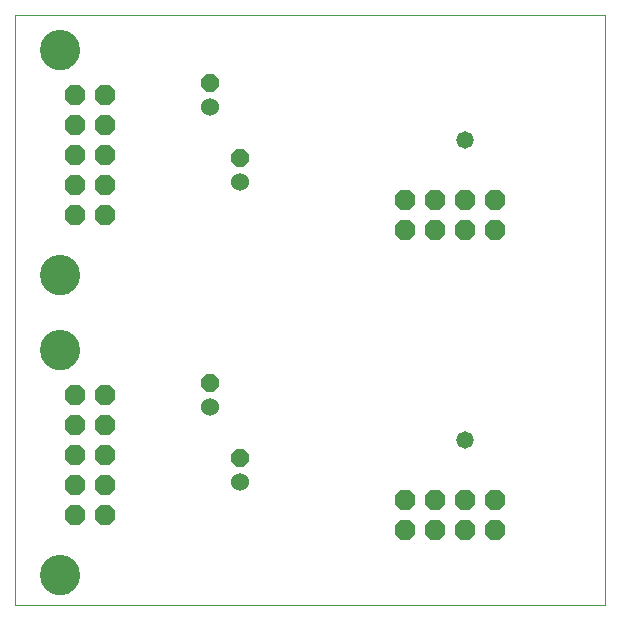
<source format=gbs>
G75*
%MOIN*%
%OFA0B0*%
%FSLAX24Y24*%
%IPPOS*%
%LPD*%
%AMOC8*
5,1,8,0,0,1.08239X$1,22.5*
%
%ADD10C,0.0000*%
%ADD11C,0.1340*%
%ADD12OC8,0.0680*%
%ADD13OC8,0.0600*%
%ADD14C,0.0600*%
%ADD15C,0.0580*%
D10*
X000100Y000100D02*
X000100Y019785D01*
X019785Y019785D01*
X019785Y000100D01*
X000100Y000100D01*
X000970Y001100D02*
X000972Y001150D01*
X000978Y001200D01*
X000988Y001249D01*
X001002Y001297D01*
X001019Y001344D01*
X001040Y001389D01*
X001065Y001433D01*
X001093Y001474D01*
X001125Y001513D01*
X001159Y001550D01*
X001196Y001584D01*
X001236Y001614D01*
X001278Y001641D01*
X001322Y001665D01*
X001368Y001686D01*
X001415Y001702D01*
X001463Y001715D01*
X001513Y001724D01*
X001562Y001729D01*
X001613Y001730D01*
X001663Y001727D01*
X001712Y001720D01*
X001761Y001709D01*
X001809Y001694D01*
X001855Y001676D01*
X001900Y001654D01*
X001943Y001628D01*
X001984Y001599D01*
X002023Y001567D01*
X002059Y001532D01*
X002091Y001494D01*
X002121Y001454D01*
X002148Y001411D01*
X002171Y001367D01*
X002190Y001321D01*
X002206Y001273D01*
X002218Y001224D01*
X002226Y001175D01*
X002230Y001125D01*
X002230Y001075D01*
X002226Y001025D01*
X002218Y000976D01*
X002206Y000927D01*
X002190Y000879D01*
X002171Y000833D01*
X002148Y000789D01*
X002121Y000746D01*
X002091Y000706D01*
X002059Y000668D01*
X002023Y000633D01*
X001984Y000601D01*
X001943Y000572D01*
X001900Y000546D01*
X001855Y000524D01*
X001809Y000506D01*
X001761Y000491D01*
X001712Y000480D01*
X001663Y000473D01*
X001613Y000470D01*
X001562Y000471D01*
X001513Y000476D01*
X001463Y000485D01*
X001415Y000498D01*
X001368Y000514D01*
X001322Y000535D01*
X001278Y000559D01*
X001236Y000586D01*
X001196Y000616D01*
X001159Y000650D01*
X001125Y000687D01*
X001093Y000726D01*
X001065Y000767D01*
X001040Y000811D01*
X001019Y000856D01*
X001002Y000903D01*
X000988Y000951D01*
X000978Y001000D01*
X000972Y001050D01*
X000970Y001100D01*
X000970Y008600D02*
X000972Y008650D01*
X000978Y008700D01*
X000988Y008749D01*
X001002Y008797D01*
X001019Y008844D01*
X001040Y008889D01*
X001065Y008933D01*
X001093Y008974D01*
X001125Y009013D01*
X001159Y009050D01*
X001196Y009084D01*
X001236Y009114D01*
X001278Y009141D01*
X001322Y009165D01*
X001368Y009186D01*
X001415Y009202D01*
X001463Y009215D01*
X001513Y009224D01*
X001562Y009229D01*
X001613Y009230D01*
X001663Y009227D01*
X001712Y009220D01*
X001761Y009209D01*
X001809Y009194D01*
X001855Y009176D01*
X001900Y009154D01*
X001943Y009128D01*
X001984Y009099D01*
X002023Y009067D01*
X002059Y009032D01*
X002091Y008994D01*
X002121Y008954D01*
X002148Y008911D01*
X002171Y008867D01*
X002190Y008821D01*
X002206Y008773D01*
X002218Y008724D01*
X002226Y008675D01*
X002230Y008625D01*
X002230Y008575D01*
X002226Y008525D01*
X002218Y008476D01*
X002206Y008427D01*
X002190Y008379D01*
X002171Y008333D01*
X002148Y008289D01*
X002121Y008246D01*
X002091Y008206D01*
X002059Y008168D01*
X002023Y008133D01*
X001984Y008101D01*
X001943Y008072D01*
X001900Y008046D01*
X001855Y008024D01*
X001809Y008006D01*
X001761Y007991D01*
X001712Y007980D01*
X001663Y007973D01*
X001613Y007970D01*
X001562Y007971D01*
X001513Y007976D01*
X001463Y007985D01*
X001415Y007998D01*
X001368Y008014D01*
X001322Y008035D01*
X001278Y008059D01*
X001236Y008086D01*
X001196Y008116D01*
X001159Y008150D01*
X001125Y008187D01*
X001093Y008226D01*
X001065Y008267D01*
X001040Y008311D01*
X001019Y008356D01*
X001002Y008403D01*
X000988Y008451D01*
X000978Y008500D01*
X000972Y008550D01*
X000970Y008600D01*
X000970Y011100D02*
X000972Y011150D01*
X000978Y011200D01*
X000988Y011249D01*
X001002Y011297D01*
X001019Y011344D01*
X001040Y011389D01*
X001065Y011433D01*
X001093Y011474D01*
X001125Y011513D01*
X001159Y011550D01*
X001196Y011584D01*
X001236Y011614D01*
X001278Y011641D01*
X001322Y011665D01*
X001368Y011686D01*
X001415Y011702D01*
X001463Y011715D01*
X001513Y011724D01*
X001562Y011729D01*
X001613Y011730D01*
X001663Y011727D01*
X001712Y011720D01*
X001761Y011709D01*
X001809Y011694D01*
X001855Y011676D01*
X001900Y011654D01*
X001943Y011628D01*
X001984Y011599D01*
X002023Y011567D01*
X002059Y011532D01*
X002091Y011494D01*
X002121Y011454D01*
X002148Y011411D01*
X002171Y011367D01*
X002190Y011321D01*
X002206Y011273D01*
X002218Y011224D01*
X002226Y011175D01*
X002230Y011125D01*
X002230Y011075D01*
X002226Y011025D01*
X002218Y010976D01*
X002206Y010927D01*
X002190Y010879D01*
X002171Y010833D01*
X002148Y010789D01*
X002121Y010746D01*
X002091Y010706D01*
X002059Y010668D01*
X002023Y010633D01*
X001984Y010601D01*
X001943Y010572D01*
X001900Y010546D01*
X001855Y010524D01*
X001809Y010506D01*
X001761Y010491D01*
X001712Y010480D01*
X001663Y010473D01*
X001613Y010470D01*
X001562Y010471D01*
X001513Y010476D01*
X001463Y010485D01*
X001415Y010498D01*
X001368Y010514D01*
X001322Y010535D01*
X001278Y010559D01*
X001236Y010586D01*
X001196Y010616D01*
X001159Y010650D01*
X001125Y010687D01*
X001093Y010726D01*
X001065Y010767D01*
X001040Y010811D01*
X001019Y010856D01*
X001002Y010903D01*
X000988Y010951D01*
X000978Y011000D01*
X000972Y011050D01*
X000970Y011100D01*
X000970Y018600D02*
X000972Y018650D01*
X000978Y018700D01*
X000988Y018749D01*
X001002Y018797D01*
X001019Y018844D01*
X001040Y018889D01*
X001065Y018933D01*
X001093Y018974D01*
X001125Y019013D01*
X001159Y019050D01*
X001196Y019084D01*
X001236Y019114D01*
X001278Y019141D01*
X001322Y019165D01*
X001368Y019186D01*
X001415Y019202D01*
X001463Y019215D01*
X001513Y019224D01*
X001562Y019229D01*
X001613Y019230D01*
X001663Y019227D01*
X001712Y019220D01*
X001761Y019209D01*
X001809Y019194D01*
X001855Y019176D01*
X001900Y019154D01*
X001943Y019128D01*
X001984Y019099D01*
X002023Y019067D01*
X002059Y019032D01*
X002091Y018994D01*
X002121Y018954D01*
X002148Y018911D01*
X002171Y018867D01*
X002190Y018821D01*
X002206Y018773D01*
X002218Y018724D01*
X002226Y018675D01*
X002230Y018625D01*
X002230Y018575D01*
X002226Y018525D01*
X002218Y018476D01*
X002206Y018427D01*
X002190Y018379D01*
X002171Y018333D01*
X002148Y018289D01*
X002121Y018246D01*
X002091Y018206D01*
X002059Y018168D01*
X002023Y018133D01*
X001984Y018101D01*
X001943Y018072D01*
X001900Y018046D01*
X001855Y018024D01*
X001809Y018006D01*
X001761Y017991D01*
X001712Y017980D01*
X001663Y017973D01*
X001613Y017970D01*
X001562Y017971D01*
X001513Y017976D01*
X001463Y017985D01*
X001415Y017998D01*
X001368Y018014D01*
X001322Y018035D01*
X001278Y018059D01*
X001236Y018086D01*
X001196Y018116D01*
X001159Y018150D01*
X001125Y018187D01*
X001093Y018226D01*
X001065Y018267D01*
X001040Y018311D01*
X001019Y018356D01*
X001002Y018403D01*
X000988Y018451D01*
X000978Y018500D01*
X000972Y018550D01*
X000970Y018600D01*
D11*
X001600Y018600D03*
X001600Y011100D03*
X001600Y008600D03*
X001600Y001100D03*
D12*
X002100Y003100D03*
X002100Y004100D03*
X002100Y005100D03*
X002100Y006100D03*
X002100Y007100D03*
X003100Y007100D03*
X003100Y006100D03*
X003100Y005100D03*
X003100Y004100D03*
X003100Y003100D03*
X003100Y013100D03*
X003100Y014100D03*
X003100Y015100D03*
X003100Y016100D03*
X003100Y017100D03*
X002100Y017100D03*
X002100Y016100D03*
X002100Y015100D03*
X002100Y014100D03*
X002100Y013100D03*
X013100Y012600D03*
X013100Y013600D03*
X014100Y013600D03*
X014100Y012600D03*
X015100Y012600D03*
X015100Y013600D03*
X016100Y013600D03*
X016100Y012600D03*
X016100Y003600D03*
X016100Y002600D03*
X015100Y002600D03*
X015100Y003600D03*
X014100Y003600D03*
X014100Y002600D03*
X013100Y002600D03*
X013100Y003600D03*
D13*
X007600Y005000D03*
X006600Y007500D03*
X007600Y015000D03*
X006600Y017500D03*
D14*
X006600Y016700D03*
X007600Y014200D03*
X006600Y006700D03*
X007600Y004200D03*
D15*
X015100Y005600D03*
X015100Y015600D03*
M02*

</source>
